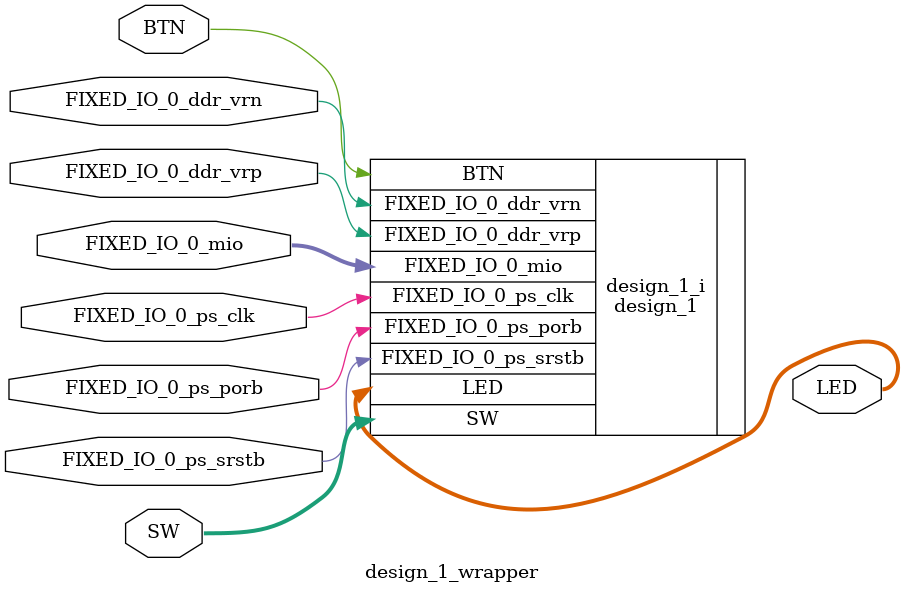
<source format=v>
`timescale 1 ps / 1 ps

module design_1_wrapper
   (BTN,
    FIXED_IO_0_ddr_vrn,
    FIXED_IO_0_ddr_vrp,
    FIXED_IO_0_mio,
    FIXED_IO_0_ps_clk,
    FIXED_IO_0_ps_porb,
    FIXED_IO_0_ps_srstb,
    LED,
    SW);
  input [0:0]BTN;
  inout FIXED_IO_0_ddr_vrn;
  inout FIXED_IO_0_ddr_vrp;
  inout [53:0]FIXED_IO_0_mio;
  inout FIXED_IO_0_ps_clk;
  inout FIXED_IO_0_ps_porb;
  inout FIXED_IO_0_ps_srstb;
  output [7:0]LED;
  input [7:0]SW;

  wire [0:0]BTN;
  wire FIXED_IO_0_ddr_vrn;
  wire FIXED_IO_0_ddr_vrp;
  wire [53:0]FIXED_IO_0_mio;
  wire FIXED_IO_0_ps_clk;
  wire FIXED_IO_0_ps_porb;
  wire FIXED_IO_0_ps_srstb;
  wire [7:0]LED;
  wire [7:0]SW;

  design_1 design_1_i
       (.BTN(BTN),
        .FIXED_IO_0_ddr_vrn(FIXED_IO_0_ddr_vrn),
        .FIXED_IO_0_ddr_vrp(FIXED_IO_0_ddr_vrp),
        .FIXED_IO_0_mio(FIXED_IO_0_mio),
        .FIXED_IO_0_ps_clk(FIXED_IO_0_ps_clk),
        .FIXED_IO_0_ps_porb(FIXED_IO_0_ps_porb),
        .FIXED_IO_0_ps_srstb(FIXED_IO_0_ps_srstb),
        .LED(LED),
        .SW(SW));
endmodule

</source>
